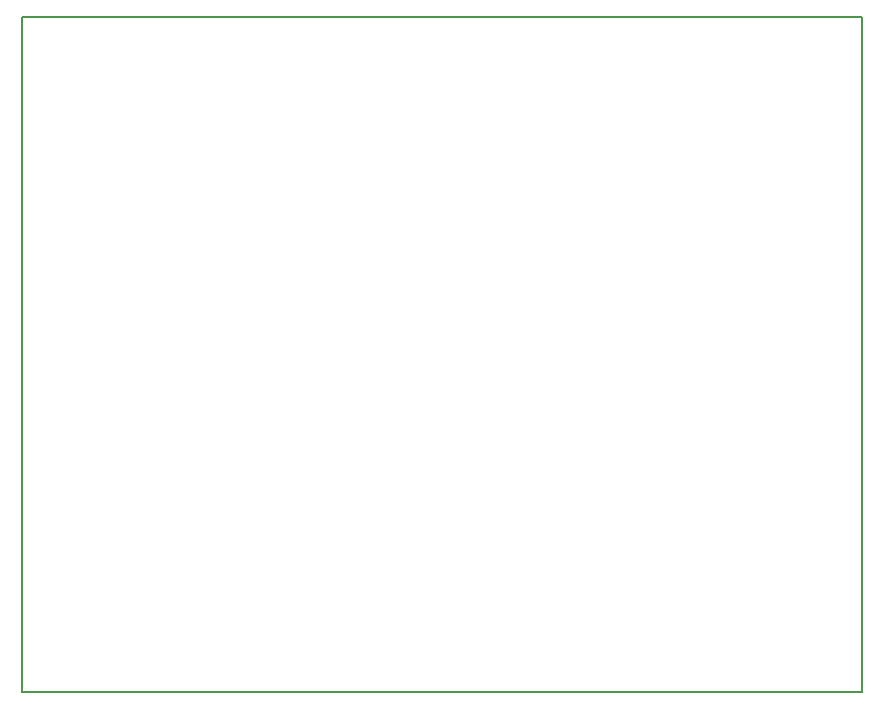
<source format=gbr>
%TF.GenerationSoftware,KiCad,Pcbnew,4.0.7*%
%TF.CreationDate,2020-03-02T22:47:31+01:00*%
%TF.ProjectId,u5,75352E6B696361645F70636200000000,191101*%
%TF.FileFunction,Profile,NP*%
%FSLAX46Y46*%
G04 Gerber Fmt 4.6, Leading zero omitted, Abs format (unit mm)*
G04 Created by KiCad (PCBNEW 4.0.7) date 03/02/20 22:47:31*
%MOMM*%
%LPD*%
G01*
G04 APERTURE LIST*
%ADD10C,0.150000*%
G04 APERTURE END LIST*
D10*
X171450000Y-71120000D02*
X100330000Y-71120000D01*
X171450000Y-128270000D02*
X171450000Y-71120000D01*
X100330000Y-128270000D02*
X171450000Y-128270000D01*
X100330000Y-71120000D02*
X100330000Y-128270000D01*
M02*

</source>
